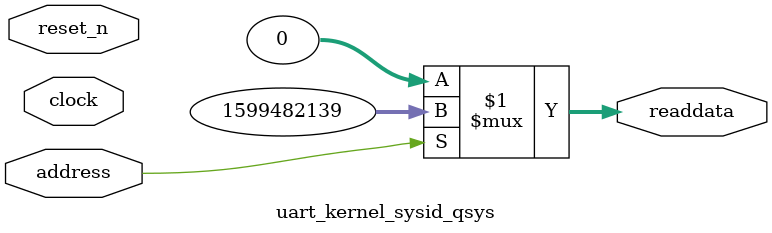
<source format=v>

`timescale 1ns / 1ps
// synthesis translate_on

// turn off superfluous verilog processor warnings 
// altera message_level Level1 
// altera message_off 10034 10035 10036 10037 10230 10240 10030 

module uart_kernel_sysid_qsys (
               // inputs:
                address,
                clock,
                reset_n,

               // outputs:
                readdata
             )
;

  output  [ 31: 0] readdata;
  input            address;
  input            clock;
  input            reset_n;

  wire    [ 31: 0] readdata;
  //control_slave, which is an e_avalon_slave
  assign readdata = address ? 1599482139 : 0;

endmodule




</source>
